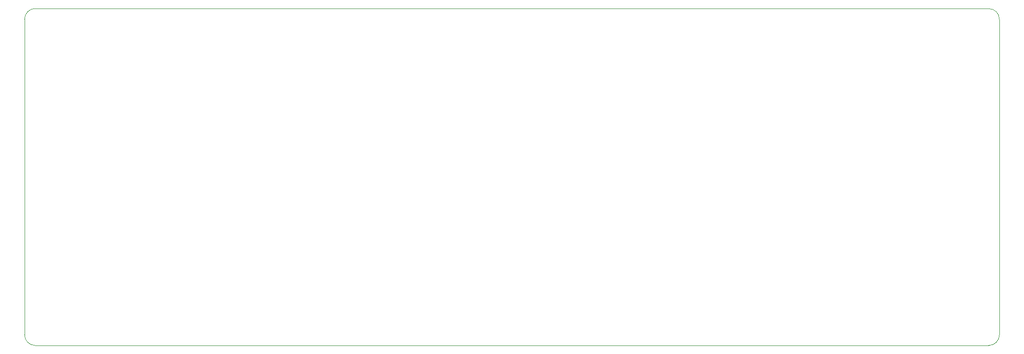
<source format=gbr>
G04 #@! TF.GenerationSoftware,KiCad,Pcbnew,5.1.6-c6e7f7d~87~ubuntu20.04.1*
G04 #@! TF.CreationDate,2020-07-20T09:25:59+02:00*
G04 #@! TF.ProjectId,x-LedChaser,782d4c65-6443-4686-9173-65722e6b6963,1.0*
G04 #@! TF.SameCoordinates,Original*
G04 #@! TF.FileFunction,Profile,NP*
%FSLAX46Y46*%
G04 Gerber Fmt 4.6, Leading zero omitted, Abs format (unit mm)*
G04 Created by KiCad (PCBNEW 5.1.6-c6e7f7d~87~ubuntu20.04.1) date 2020-07-20 09:25:59*
%MOMM*%
%LPD*%
G01*
G04 APERTURE LIST*
G04 #@! TA.AperFunction,Profile*
%ADD10C,0.050000*%
G04 #@! TD*
G04 APERTURE END LIST*
D10*
X236331000Y-128397000D02*
G75*
G02*
X234421000Y-130307000I-1910000J0D01*
G01*
X234421000Y-70057000D02*
G75*
G02*
X236326000Y-71962000I0J-1905000D01*
G01*
X61991000Y-71937000D02*
G75*
G02*
X63896000Y-70032000I1905000J0D01*
G01*
X63881000Y-130302000D02*
G75*
G02*
X61976000Y-128397000I0J1905000D01*
G01*
X236331000Y-128397000D02*
X236326000Y-71962000D01*
X63881000Y-130302000D02*
X234421000Y-130307000D01*
X61991000Y-71937000D02*
X61976000Y-128397000D01*
X234421000Y-70057000D02*
X63896000Y-70032000D01*
M02*

</source>
